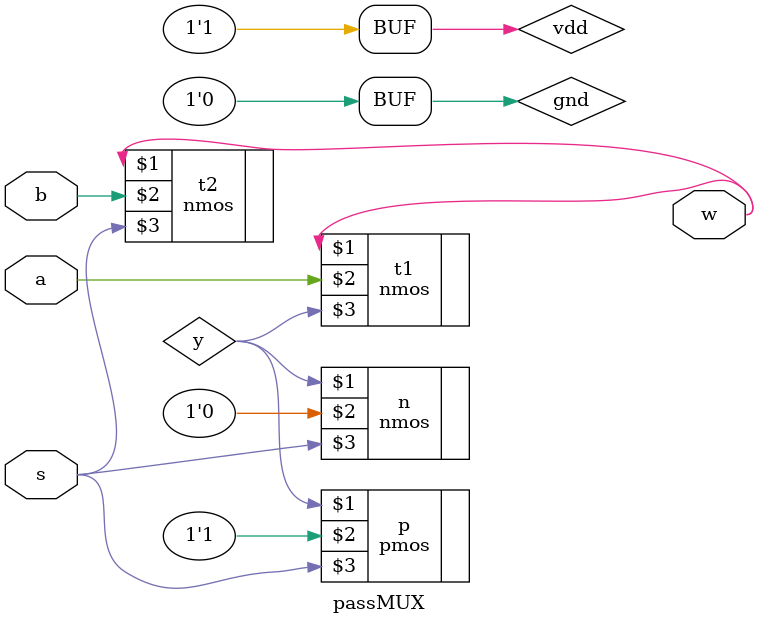
<source format=sv>
`timescale 1ns/1ns
module passMUX(input a,b,s , output w);
  wire y;
  supply1 vdd;
  supply0 gnd;
  nmos #(3,4,5) n(y,gnd,s);
  pmos #(5,6,7) p(y,vdd,s);
  nmos #(3,4,5) t1(w,a,y);
  nmos #(3,4,5) t2(w,b,s);
endmodule

</source>
